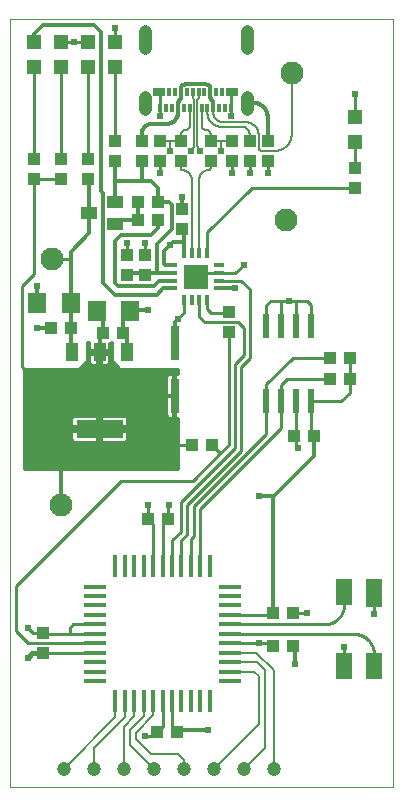
<source format=gtl>
G75*
%MOIN*%
%OFA0B0*%
%FSLAX25Y25*%
%IPPOS*%
%LPD*%
%AMOC8*
5,1,8,0,0,1.08239X$1,22.5*
%
%ADD10C,0.00000*%
%ADD11R,0.04724X0.04724*%
%ADD12R,0.03937X0.04331*%
%ADD13R,0.04331X0.03937*%
%ADD14R,0.02559X0.11811*%
%ADD15R,0.06299X0.07087*%
%ADD16R,0.01181X0.02756*%
%ADD17R,0.03937X0.02756*%
%ADD18C,0.04331*%
%ADD19C,0.07677*%
%ADD20R,0.01575X0.07480*%
%ADD21R,0.07480X0.01575*%
%ADD22R,0.01378X0.03543*%
%ADD23R,0.08268X0.08268*%
%ADD24R,0.03543X0.01378*%
%ADD25R,0.01969X0.07874*%
%ADD26R,0.15748X0.05906*%
%ADD27R,0.03937X0.05906*%
%ADD28R,0.05512X0.03937*%
%ADD29C,0.04724*%
%ADD30R,0.05512X0.08661*%
%ADD31R,0.05512X0.09449*%
%ADD32C,0.01000*%
%ADD33C,0.02400*%
%ADD34C,0.01200*%
%ADD35C,0.00800*%
%ADD36C,0.01600*%
%ADD37C,0.00500*%
D10*
X0001300Y0001500D02*
X0001300Y0257500D01*
X0129221Y0257500D01*
X0129221Y0001500D01*
X0001300Y0001500D01*
D11*
X0116300Y0216366D03*
X0116300Y0224634D03*
X0036300Y0241366D03*
X0036300Y0249634D03*
X0027300Y0249634D03*
X0027300Y0241366D03*
X0018300Y0241366D03*
X0018300Y0249634D03*
X0009300Y0249634D03*
X0009300Y0241366D03*
D12*
X0009300Y0210846D03*
X0009300Y0204154D03*
X0018300Y0204154D03*
X0018300Y0210846D03*
X0027300Y0210846D03*
X0027300Y0204154D03*
X0036300Y0210154D03*
X0036300Y0216846D03*
X0045300Y0216846D03*
X0045300Y0210154D03*
X0051300Y0210154D03*
X0051300Y0216846D03*
X0058300Y0216846D03*
X0058300Y0210154D03*
X0058600Y0194146D03*
X0058600Y0187454D03*
X0046300Y0178846D03*
X0046300Y0172154D03*
X0040300Y0172154D03*
X0040300Y0178846D03*
X0068300Y0210154D03*
X0068300Y0216846D03*
X0075300Y0216846D03*
X0075300Y0210154D03*
X0081300Y0210154D03*
X0081300Y0216846D03*
X0087300Y0216846D03*
X0087300Y0210154D03*
X0074300Y0159846D03*
X0074300Y0153154D03*
X0116300Y0201154D03*
X0116300Y0207846D03*
X0012300Y0052746D03*
X0012300Y0046054D03*
D13*
X0047354Y0090900D03*
X0054046Y0090900D03*
X0061954Y0115500D03*
X0068646Y0115500D03*
X0095954Y0118500D03*
X0102646Y0118500D03*
X0107954Y0137500D03*
X0107954Y0144500D03*
X0114646Y0144500D03*
X0114646Y0137500D03*
X0095646Y0059500D03*
X0095646Y0048500D03*
X0088954Y0048500D03*
X0088954Y0059500D03*
X0057246Y0019800D03*
X0050554Y0019800D03*
X0039146Y0152700D03*
X0032454Y0152700D03*
X0021646Y0154500D03*
X0014954Y0154500D03*
X0043954Y0190500D03*
X0043954Y0196500D03*
X0050646Y0196500D03*
X0050646Y0190500D03*
D14*
X0056300Y0149358D03*
X0056300Y0131642D03*
D15*
X0041312Y0160200D03*
X0030288Y0160200D03*
X0021612Y0162600D03*
X0010588Y0162600D03*
D16*
X0051489Y0227886D03*
X0053457Y0227886D03*
X0055426Y0227886D03*
X0057394Y0227886D03*
X0059363Y0227886D03*
X0061331Y0227886D03*
X0060347Y0233004D03*
X0062316Y0233004D03*
X0064284Y0233004D03*
X0066253Y0233004D03*
X0068221Y0233004D03*
X0070190Y0233004D03*
X0072158Y0233004D03*
X0071174Y0227886D03*
X0073143Y0227886D03*
X0075111Y0227886D03*
X0069206Y0227886D03*
X0067237Y0227886D03*
X0065269Y0227886D03*
X0058379Y0233004D03*
X0056410Y0233004D03*
X0054442Y0233004D03*
D17*
X0051095Y0233004D03*
X0075505Y0233004D03*
D18*
X0080308Y0231469D02*
X0080308Y0227531D01*
X0080308Y0231469D02*
X0080308Y0231469D01*
X0080308Y0227531D01*
X0080308Y0227531D01*
X0080308Y0247649D02*
X0080308Y0253555D01*
X0080308Y0253555D01*
X0080308Y0247649D01*
X0080308Y0247649D01*
X0080308Y0251979D02*
X0080308Y0251979D01*
X0046292Y0253555D02*
X0046292Y0247649D01*
X0046292Y0253555D02*
X0046292Y0253555D01*
X0046292Y0247649D01*
X0046292Y0247649D01*
X0046292Y0251979D02*
X0046292Y0251979D01*
X0046292Y0231469D02*
X0046292Y0227531D01*
X0046292Y0231469D02*
X0046292Y0231469D01*
X0046292Y0227531D01*
X0046292Y0227531D01*
D19*
X0015300Y0177500D03*
X0018300Y0095500D03*
X0093300Y0190500D03*
X0095300Y0239500D03*
D20*
X0068048Y0074941D03*
X0064898Y0074941D03*
X0061749Y0074941D03*
X0058599Y0074941D03*
X0055450Y0074941D03*
X0052300Y0074941D03*
X0049150Y0074941D03*
X0046001Y0074941D03*
X0042851Y0074941D03*
X0039702Y0074941D03*
X0036552Y0074941D03*
X0036552Y0030059D03*
X0039702Y0030059D03*
X0042851Y0030059D03*
X0046001Y0030059D03*
X0049150Y0030059D03*
X0052300Y0030059D03*
X0055450Y0030059D03*
X0058599Y0030059D03*
X0061749Y0030059D03*
X0064898Y0030059D03*
X0068048Y0030059D03*
D21*
X0074741Y0036752D03*
X0074741Y0039902D03*
X0074741Y0043051D03*
X0074741Y0046201D03*
X0074741Y0049350D03*
X0074741Y0052500D03*
X0074741Y0055650D03*
X0074741Y0058799D03*
X0074741Y0061949D03*
X0074741Y0065098D03*
X0074741Y0068248D03*
X0029859Y0068248D03*
X0029859Y0065098D03*
X0029859Y0061949D03*
X0029859Y0058799D03*
X0029859Y0055650D03*
X0029859Y0052500D03*
X0029859Y0049350D03*
X0029859Y0046201D03*
X0029859Y0043051D03*
X0029859Y0039902D03*
X0029859Y0036752D03*
D22*
X0059461Y0163626D03*
X0062020Y0163626D03*
X0064580Y0163626D03*
X0067139Y0163626D03*
X0067139Y0179374D03*
X0064580Y0179374D03*
X0062020Y0179374D03*
X0059461Y0179374D03*
D23*
X0063300Y0171500D03*
D24*
X0055426Y0170220D03*
X0055426Y0167661D03*
X0055426Y0172780D03*
X0055426Y0175339D03*
X0071174Y0175339D03*
X0071174Y0172780D03*
X0071174Y0170220D03*
X0071174Y0167661D03*
D25*
X0086800Y0155039D03*
X0091800Y0155039D03*
X0096800Y0155039D03*
X0101800Y0155039D03*
X0101800Y0129961D03*
X0096800Y0129961D03*
X0091800Y0129961D03*
X0086800Y0129961D03*
D26*
X0031300Y0120705D03*
D27*
X0031300Y0146295D03*
X0022245Y0146295D03*
X0040355Y0146295D03*
D28*
X0036531Y0188960D03*
X0036531Y0196440D03*
X0027869Y0192700D03*
D29*
X0029300Y0007500D03*
X0039300Y0007500D03*
X0049300Y0007500D03*
X0059300Y0007500D03*
X0069300Y0007500D03*
X0079300Y0007500D03*
X0089300Y0007500D03*
X0019300Y0007500D03*
D30*
X0112800Y0041698D03*
X0122800Y0041698D03*
X0112800Y0066502D03*
D31*
X0122800Y0066108D03*
D32*
X0122800Y0059000D01*
X0115854Y0052500D02*
X0074741Y0052500D01*
X0074741Y0055650D02*
X0106184Y0055650D01*
X0106344Y0055652D01*
X0106504Y0055658D01*
X0106663Y0055667D01*
X0106823Y0055681D01*
X0106981Y0055698D01*
X0107140Y0055719D01*
X0107298Y0055744D01*
X0107455Y0055773D01*
X0107612Y0055806D01*
X0107767Y0055842D01*
X0107922Y0055882D01*
X0108076Y0055926D01*
X0108228Y0055974D01*
X0108380Y0056025D01*
X0108530Y0056080D01*
X0108679Y0056138D01*
X0108826Y0056201D01*
X0108972Y0056266D01*
X0109116Y0056335D01*
X0109259Y0056408D01*
X0109399Y0056484D01*
X0109538Y0056563D01*
X0109675Y0056646D01*
X0109810Y0056732D01*
X0109942Y0056821D01*
X0110073Y0056914D01*
X0110201Y0057009D01*
X0110327Y0057108D01*
X0110450Y0057209D01*
X0110571Y0057314D01*
X0110690Y0057421D01*
X0110805Y0057532D01*
X0110918Y0057645D01*
X0111029Y0057760D01*
X0111136Y0057879D01*
X0111241Y0058000D01*
X0111342Y0058123D01*
X0111441Y0058249D01*
X0111536Y0058377D01*
X0111629Y0058508D01*
X0111718Y0058640D01*
X0111804Y0058775D01*
X0111887Y0058912D01*
X0111966Y0059051D01*
X0112042Y0059191D01*
X0112115Y0059334D01*
X0112184Y0059478D01*
X0112249Y0059624D01*
X0112312Y0059771D01*
X0112370Y0059920D01*
X0112425Y0060070D01*
X0112476Y0060222D01*
X0112524Y0060374D01*
X0112568Y0060528D01*
X0112608Y0060683D01*
X0112644Y0060838D01*
X0112677Y0060995D01*
X0112706Y0061152D01*
X0112731Y0061310D01*
X0112752Y0061469D01*
X0112769Y0061627D01*
X0112783Y0061787D01*
X0112792Y0061946D01*
X0112798Y0062106D01*
X0112800Y0062266D01*
X0112800Y0066502D01*
X0112800Y0048000D02*
X0112800Y0041698D01*
X0122800Y0045554D02*
X0122798Y0045722D01*
X0122792Y0045890D01*
X0122782Y0046057D01*
X0122768Y0046224D01*
X0122749Y0046391D01*
X0122727Y0046558D01*
X0122701Y0046723D01*
X0122671Y0046889D01*
X0122636Y0047053D01*
X0122598Y0047216D01*
X0122556Y0047379D01*
X0122510Y0047540D01*
X0122460Y0047700D01*
X0122406Y0047859D01*
X0122349Y0048017D01*
X0122287Y0048173D01*
X0122222Y0048328D01*
X0122153Y0048481D01*
X0122081Y0048632D01*
X0122004Y0048782D01*
X0121925Y0048930D01*
X0121841Y0049075D01*
X0121754Y0049219D01*
X0121664Y0049360D01*
X0121570Y0049500D01*
X0121473Y0049637D01*
X0121373Y0049771D01*
X0121270Y0049903D01*
X0121163Y0050033D01*
X0121053Y0050160D01*
X0120940Y0050284D01*
X0120825Y0050406D01*
X0120706Y0050525D01*
X0120584Y0050640D01*
X0120460Y0050753D01*
X0120333Y0050863D01*
X0120203Y0050970D01*
X0120071Y0051073D01*
X0119937Y0051173D01*
X0119800Y0051270D01*
X0119660Y0051364D01*
X0119519Y0051454D01*
X0119375Y0051541D01*
X0119230Y0051625D01*
X0119082Y0051704D01*
X0118932Y0051781D01*
X0118781Y0051853D01*
X0118628Y0051922D01*
X0118473Y0051987D01*
X0118317Y0052049D01*
X0118159Y0052106D01*
X0118000Y0052160D01*
X0117840Y0052210D01*
X0117679Y0052256D01*
X0117516Y0052298D01*
X0117353Y0052336D01*
X0117189Y0052371D01*
X0117023Y0052401D01*
X0116858Y0052427D01*
X0116691Y0052449D01*
X0116524Y0052468D01*
X0116357Y0052482D01*
X0116190Y0052492D01*
X0116022Y0052498D01*
X0115854Y0052500D01*
X0122800Y0045554D02*
X0122800Y0041698D01*
X0100300Y0059500D02*
X0095646Y0059500D01*
X0088253Y0058799D02*
X0074741Y0058799D01*
X0074741Y0049350D02*
X0088954Y0049350D01*
X0088154Y0049300D02*
X0084300Y0049300D01*
X0064898Y0074941D02*
X0064898Y0094098D01*
X0091800Y0121000D01*
X0091800Y0129961D01*
X0091800Y0135438D01*
X0093862Y0137500D01*
X0107954Y0137500D01*
X0107954Y0144500D02*
X0095702Y0144500D01*
X0086800Y0135598D01*
X0086800Y0129961D01*
X0086800Y0119000D01*
X0062800Y0095000D01*
X0062800Y0085000D01*
X0061749Y0083949D01*
X0061749Y0074941D01*
X0058599Y0074941D02*
X0058599Y0083799D01*
X0060300Y0085500D01*
X0060300Y0095500D01*
X0078300Y0113500D01*
X0078300Y0141500D01*
X0081300Y0144500D01*
X0081300Y0167500D01*
X0078580Y0170220D01*
X0071174Y0170220D01*
X0071174Y0172780D02*
X0064580Y0172780D01*
X0063300Y0171500D01*
X0064580Y0163626D02*
X0064580Y0158220D01*
X0066300Y0156500D01*
X0077300Y0156500D01*
X0079300Y0154500D01*
X0079300Y0145500D01*
X0076300Y0142500D01*
X0076300Y0114500D01*
X0058300Y0096500D01*
X0058300Y0086500D01*
X0055450Y0083650D01*
X0055450Y0074941D01*
X0052300Y0074941D02*
X0052300Y0089154D01*
X0054046Y0090900D01*
X0054046Y0095246D01*
X0054300Y0095500D01*
X0049150Y0089103D02*
X0047354Y0090900D01*
X0047354Y0095400D01*
X0047400Y0095400D01*
X0049150Y0089103D02*
X0049150Y0074941D01*
X0038300Y0103500D02*
X0003300Y0068500D01*
X0003300Y0053500D01*
X0007450Y0049350D01*
X0029859Y0049350D01*
X0029859Y0046201D02*
X0012447Y0046201D01*
X0012300Y0046054D01*
X0012546Y0052500D02*
X0012300Y0052746D01*
X0009054Y0052746D01*
X0007300Y0054500D01*
X0012546Y0052500D02*
X0021300Y0052500D01*
X0021300Y0054500D01*
X0022450Y0055650D01*
X0029859Y0055650D01*
X0029859Y0052500D02*
X0021300Y0052500D01*
X0046300Y0018300D02*
X0049054Y0018300D01*
X0050554Y0019800D01*
X0052300Y0021546D01*
X0052300Y0030059D01*
X0055450Y0030059D02*
X0055450Y0021597D01*
X0057246Y0019800D01*
X0062300Y0103500D02*
X0038300Y0103500D01*
X0053300Y0115500D02*
X0061954Y0115500D01*
X0068646Y0115500D02*
X0071146Y0113000D01*
X0071800Y0113000D01*
X0062300Y0103500D01*
X0071800Y0113000D02*
X0074300Y0115500D01*
X0074300Y0153154D01*
X0072954Y0159500D02*
X0074300Y0159846D01*
X0072954Y0159500D02*
X0068300Y0159500D01*
X0067139Y0160661D01*
X0067139Y0163626D01*
X0071174Y0172780D02*
X0076580Y0172780D01*
X0079300Y0175500D01*
X0088300Y0163500D02*
X0086800Y0162000D01*
X0086800Y0155039D01*
X0088300Y0163500D02*
X0091800Y0163500D01*
X0091800Y0155039D01*
X0096800Y0155039D02*
X0096800Y0163500D01*
X0100300Y0163500D01*
X0101800Y0162000D01*
X0101800Y0155039D01*
X0096800Y0163500D02*
X0091800Y0163500D01*
X0096800Y0129961D02*
X0096800Y0118500D01*
X0096800Y0115000D01*
X0097300Y0114500D01*
X0096800Y0118500D02*
X0095954Y0118500D01*
X0101800Y0118500D02*
X0101800Y0129961D01*
X0111840Y0129961D01*
X0114646Y0132767D01*
X0114646Y0137500D01*
X0114646Y0144500D01*
X0102646Y0118500D02*
X0101800Y0118500D01*
X0067139Y0179374D02*
X0067139Y0186339D01*
X0081954Y0201154D01*
X0116300Y0201154D01*
X0116300Y0207846D02*
X0116300Y0216366D01*
X0116300Y0224634D02*
X0116300Y0232500D01*
X0087300Y0210154D02*
X0087300Y0206000D01*
X0081300Y0206000D02*
X0081300Y0210154D01*
X0075300Y0210154D02*
X0075300Y0206000D01*
X0075111Y0225100D02*
X0075111Y0227886D01*
X0075111Y0232610D01*
X0075505Y0233004D01*
X0051489Y0232610D02*
X0051489Y0227886D01*
X0051500Y0227875D01*
X0051500Y0225100D01*
X0051489Y0232610D02*
X0051095Y0233004D01*
X0051300Y0210154D02*
X0051300Y0206000D01*
X0046300Y0182900D02*
X0046300Y0178846D01*
X0046926Y0172780D02*
X0046300Y0172154D01*
X0040300Y0178846D02*
X0040300Y0182900D01*
X0027300Y0210846D02*
X0027300Y0241366D01*
X0027300Y0249634D02*
X0022834Y0249634D01*
X0022800Y0249600D01*
X0018300Y0249634D02*
X0027300Y0249634D01*
X0036300Y0249634D02*
X0036300Y0254500D01*
X0036300Y0241366D02*
X0036300Y0216846D01*
X0018300Y0210846D02*
X0018300Y0241366D01*
X0009300Y0241366D02*
X0009300Y0210846D01*
X0009300Y0204154D02*
X0009300Y0172500D01*
X0005300Y0168500D01*
X0005300Y0141500D01*
X0008300Y0138500D01*
X0018300Y0110500D02*
X0023300Y0110500D01*
X0057300Y0157500D02*
X0059461Y0159661D01*
X0059461Y0163626D01*
X0021612Y0177500D02*
X0015300Y0177500D01*
X0018300Y0204154D02*
X0009300Y0204154D01*
D33*
X0010300Y0168500D03*
X0010300Y0154500D03*
X0040300Y0182900D03*
X0046300Y0182900D03*
X0054600Y0182000D03*
X0058600Y0198200D03*
X0051300Y0206000D03*
X0054800Y0213500D03*
X0051500Y0225100D03*
X0061800Y0213500D03*
X0064800Y0213500D03*
X0071800Y0213500D03*
X0075300Y0206000D03*
X0081300Y0206000D03*
X0087300Y0206000D03*
X0075111Y0225100D03*
X0079300Y0175500D03*
X0076300Y0167700D03*
X0094300Y0163500D03*
X0097300Y0114500D03*
X0084300Y0098500D03*
X0100300Y0059500D03*
X0096300Y0042500D03*
X0084300Y0049300D03*
X0067300Y0020500D03*
X0046300Y0018300D03*
X0047400Y0095400D03*
X0054300Y0095500D03*
X0057300Y0157500D03*
X0047300Y0160500D03*
X0022800Y0249600D03*
X0036300Y0254500D03*
X0116300Y0232500D03*
X0122800Y0059000D03*
X0112800Y0048000D03*
X0007300Y0044500D03*
X0007300Y0054500D03*
D34*
X0018300Y0095500D02*
X0018300Y0110500D01*
X0022444Y0116472D02*
X0022146Y0116770D01*
X0021935Y0117134D01*
X0021826Y0117541D01*
X0021826Y0120105D01*
X0030700Y0120105D01*
X0030700Y0121305D01*
X0030700Y0125257D01*
X0023215Y0125257D01*
X0022808Y0125148D01*
X0022444Y0124938D01*
X0022146Y0124640D01*
X0021935Y0124275D01*
X0021826Y0123868D01*
X0021826Y0121305D01*
X0030700Y0121305D01*
X0031900Y0121305D01*
X0031900Y0125257D01*
X0039385Y0125257D01*
X0039792Y0125148D01*
X0040156Y0124938D01*
X0040454Y0124640D01*
X0040665Y0124275D01*
X0040774Y0123868D01*
X0040774Y0121305D01*
X0031900Y0121305D01*
X0031900Y0120105D01*
X0040774Y0120105D01*
X0040774Y0117541D01*
X0040665Y0117134D01*
X0040454Y0116770D01*
X0040156Y0116472D01*
X0039792Y0116261D01*
X0039385Y0116152D01*
X0031900Y0116152D01*
X0031900Y0120105D01*
X0030700Y0120105D01*
X0030700Y0116152D01*
X0023215Y0116152D01*
X0022808Y0116261D01*
X0022444Y0116472D01*
X0022358Y0116557D02*
X0006300Y0116557D01*
X0006300Y0115359D02*
X0057300Y0115359D01*
X0057300Y0116557D02*
X0040242Y0116557D01*
X0040774Y0117756D02*
X0057300Y0117756D01*
X0057300Y0118954D02*
X0040774Y0118954D01*
X0040774Y0121351D02*
X0057300Y0121351D01*
X0057300Y0120153D02*
X0031900Y0120153D01*
X0031900Y0121351D02*
X0030700Y0121351D01*
X0030700Y0120153D02*
X0006300Y0120153D01*
X0006300Y0121351D02*
X0021826Y0121351D01*
X0021826Y0122550D02*
X0006300Y0122550D01*
X0006300Y0123748D02*
X0021826Y0123748D01*
X0022459Y0124947D02*
X0006300Y0124947D01*
X0006300Y0126145D02*
X0053420Y0126145D01*
X0053420Y0125526D02*
X0053530Y0125119D01*
X0053740Y0124754D01*
X0054038Y0124456D01*
X0054403Y0124245D01*
X0054810Y0124136D01*
X0056260Y0124136D01*
X0056260Y0131602D01*
X0053420Y0131602D01*
X0053420Y0125526D01*
X0053629Y0124947D02*
X0040141Y0124947D01*
X0040774Y0123748D02*
X0057300Y0123748D01*
X0057300Y0124136D02*
X0057300Y0107500D01*
X0006300Y0107500D01*
X0006300Y0140500D01*
X0024472Y0140500D01*
X0027300Y0143328D01*
X0027300Y0149500D01*
X0027743Y0149500D01*
X0027731Y0149459D01*
X0027731Y0146680D01*
X0030916Y0146680D01*
X0030916Y0145911D01*
X0031684Y0145911D01*
X0031684Y0141743D01*
X0033479Y0141743D01*
X0033886Y0141852D01*
X0034251Y0142062D01*
X0034549Y0142360D01*
X0034759Y0142725D01*
X0034868Y0143132D01*
X0034868Y0145911D01*
X0031684Y0145911D01*
X0031684Y0146680D01*
X0034868Y0146680D01*
X0034868Y0149142D01*
X0035236Y0149241D01*
X0035300Y0149277D01*
X0035300Y0143328D01*
X0038128Y0140500D01*
X0057300Y0140500D01*
X0057300Y0139147D01*
X0056340Y0139147D01*
X0056340Y0131682D01*
X0056260Y0131682D01*
X0056260Y0139147D01*
X0054810Y0139147D01*
X0054403Y0139038D01*
X0054038Y0138828D01*
X0053740Y0138530D01*
X0053530Y0138165D01*
X0053420Y0137758D01*
X0053420Y0131681D01*
X0056260Y0131681D01*
X0056260Y0131602D01*
X0056340Y0131602D01*
X0056340Y0124136D01*
X0057300Y0124136D01*
X0056340Y0124947D02*
X0056260Y0124947D01*
X0056260Y0126145D02*
X0056340Y0126145D01*
X0056340Y0127344D02*
X0056260Y0127344D01*
X0056260Y0128542D02*
X0056340Y0128542D01*
X0056340Y0129741D02*
X0056260Y0129741D01*
X0056260Y0130939D02*
X0056340Y0130939D01*
X0056340Y0132138D02*
X0056260Y0132138D01*
X0056260Y0133336D02*
X0056340Y0133336D01*
X0056340Y0134535D02*
X0056260Y0134535D01*
X0056260Y0135733D02*
X0056340Y0135733D01*
X0056340Y0136932D02*
X0056260Y0136932D01*
X0056260Y0138130D02*
X0056340Y0138130D01*
X0057300Y0139329D02*
X0006300Y0139329D01*
X0006300Y0138130D02*
X0053520Y0138130D01*
X0053420Y0136932D02*
X0006300Y0136932D01*
X0006300Y0135733D02*
X0053420Y0135733D01*
X0053420Y0134535D02*
X0006300Y0134535D01*
X0006300Y0133336D02*
X0053420Y0133336D01*
X0053420Y0132138D02*
X0006300Y0132138D01*
X0006300Y0130939D02*
X0053420Y0130939D01*
X0053420Y0129741D02*
X0006300Y0129741D01*
X0006300Y0128542D02*
X0053420Y0128542D01*
X0053420Y0127344D02*
X0006300Y0127344D01*
X0006300Y0118954D02*
X0021826Y0118954D01*
X0021826Y0117756D02*
X0006300Y0117756D01*
X0006300Y0114160D02*
X0057300Y0114160D01*
X0057300Y0112962D02*
X0006300Y0112962D01*
X0006300Y0111763D02*
X0057300Y0111763D01*
X0057300Y0110565D02*
X0006300Y0110565D01*
X0006300Y0109366D02*
X0057300Y0109366D01*
X0057300Y0108168D02*
X0006300Y0108168D01*
X0024499Y0140527D02*
X0038101Y0140527D01*
X0036903Y0141726D02*
X0025697Y0141726D01*
X0026896Y0142924D02*
X0027787Y0142924D01*
X0027841Y0142725D02*
X0028051Y0142360D01*
X0028349Y0142062D01*
X0028714Y0141852D01*
X0029121Y0141743D01*
X0030916Y0141743D01*
X0030916Y0145911D01*
X0027731Y0145911D01*
X0027731Y0143132D01*
X0027841Y0142725D01*
X0027731Y0144123D02*
X0027300Y0144123D01*
X0027300Y0145321D02*
X0027731Y0145321D01*
X0027300Y0146520D02*
X0030916Y0146520D01*
X0031300Y0146295D02*
X0031300Y0151546D01*
X0032454Y0152700D01*
X0032454Y0158035D01*
X0030288Y0160200D01*
X0036300Y0165500D02*
X0032300Y0169500D01*
X0032300Y0199500D01*
X0031800Y0200000D01*
X0031800Y0253000D01*
X0029300Y0255500D01*
X0012300Y0255500D01*
X0009300Y0252500D01*
X0009300Y0249634D01*
X0027300Y0204154D02*
X0027869Y0203584D01*
X0027869Y0192700D01*
X0027869Y0186069D01*
X0021612Y0179812D01*
X0021612Y0177500D01*
X0021612Y0162600D01*
X0021612Y0154535D01*
X0021646Y0154500D01*
X0021646Y0146894D01*
X0022245Y0146295D01*
X0027300Y0147718D02*
X0027731Y0147718D01*
X0027731Y0148917D02*
X0027300Y0148917D01*
X0030916Y0145321D02*
X0031684Y0145321D01*
X0031684Y0144123D02*
X0030916Y0144123D01*
X0030916Y0142924D02*
X0031684Y0142924D01*
X0034813Y0142924D02*
X0035704Y0142924D01*
X0035300Y0144123D02*
X0034868Y0144123D01*
X0034868Y0145321D02*
X0035300Y0145321D01*
X0035300Y0146520D02*
X0031684Y0146520D01*
X0034868Y0147718D02*
X0035300Y0147718D01*
X0035300Y0148917D02*
X0034868Y0148917D01*
X0039146Y0152700D02*
X0039146Y0158035D01*
X0041312Y0160200D01*
X0041612Y0160500D01*
X0047300Y0160500D01*
X0050300Y0165500D02*
X0036300Y0165500D01*
X0037300Y0168500D02*
X0036300Y0169500D01*
X0036300Y0183500D01*
X0038300Y0185500D01*
X0048300Y0185500D01*
X0050646Y0187846D01*
X0050646Y0190500D01*
X0050646Y0196500D02*
X0054300Y0196500D01*
X0055300Y0195500D01*
X0055300Y0187500D01*
X0050300Y0182500D01*
X0050300Y0172780D01*
X0046926Y0172780D01*
X0040926Y0172780D01*
X0040300Y0172154D01*
X0037300Y0168500D02*
X0049300Y0168500D01*
X0051020Y0170220D01*
X0055426Y0170220D01*
X0055426Y0167661D02*
X0052461Y0167661D01*
X0050300Y0165500D01*
X0050300Y0172780D02*
X0055426Y0172780D01*
X0055426Y0175339D02*
X0053061Y0175339D01*
X0052600Y0175800D01*
X0052600Y0180000D01*
X0054600Y0182000D01*
X0055800Y0183200D01*
X0059461Y0183200D01*
X0059461Y0186592D01*
X0058600Y0187454D01*
X0059461Y0183200D02*
X0059461Y0179374D01*
X0058600Y0194146D02*
X0058600Y0198200D01*
X0050646Y0196500D02*
X0050646Y0201154D01*
X0048300Y0203500D01*
X0045300Y0203500D01*
X0045300Y0210154D01*
X0045300Y0203500D02*
X0036300Y0203500D01*
X0036300Y0196671D01*
X0036531Y0196440D01*
X0036531Y0190500D02*
X0036531Y0188960D01*
X0036531Y0190500D02*
X0043954Y0190500D01*
X0043954Y0196500D01*
X0036300Y0203500D02*
X0036300Y0210154D01*
X0045300Y0216846D02*
X0045300Y0218894D01*
X0045302Y0219012D01*
X0045308Y0219130D01*
X0045317Y0219247D01*
X0045331Y0219365D01*
X0045348Y0219481D01*
X0045369Y0219597D01*
X0045394Y0219713D01*
X0045423Y0219827D01*
X0045455Y0219941D01*
X0045491Y0220053D01*
X0045531Y0220164D01*
X0045574Y0220274D01*
X0045621Y0220382D01*
X0045672Y0220489D01*
X0045726Y0220594D01*
X0045783Y0220697D01*
X0045844Y0220798D01*
X0045908Y0220897D01*
X0045975Y0220994D01*
X0046045Y0221089D01*
X0046119Y0221182D01*
X0046195Y0221272D01*
X0046274Y0221359D01*
X0046356Y0221444D01*
X0046441Y0221526D01*
X0046528Y0221605D01*
X0046618Y0221681D01*
X0046711Y0221755D01*
X0046806Y0221825D01*
X0046903Y0221892D01*
X0047002Y0221956D01*
X0047103Y0222017D01*
X0047206Y0222074D01*
X0047311Y0222128D01*
X0047418Y0222179D01*
X0047526Y0222226D01*
X0047636Y0222269D01*
X0047747Y0222309D01*
X0047859Y0222345D01*
X0047973Y0222377D01*
X0048087Y0222406D01*
X0048203Y0222431D01*
X0048319Y0222452D01*
X0048435Y0222469D01*
X0048553Y0222483D01*
X0048670Y0222492D01*
X0048788Y0222498D01*
X0048906Y0222500D01*
X0053710Y0222500D01*
X0053831Y0222502D01*
X0053951Y0222508D01*
X0054071Y0222518D01*
X0054191Y0222532D01*
X0054310Y0222549D01*
X0054429Y0222571D01*
X0054547Y0222596D01*
X0054664Y0222626D01*
X0054780Y0222659D01*
X0054895Y0222696D01*
X0055008Y0222736D01*
X0055120Y0222781D01*
X0055231Y0222828D01*
X0055340Y0222880D01*
X0055447Y0222935D01*
X0055553Y0222994D01*
X0055656Y0223056D01*
X0055757Y0223121D01*
X0055856Y0223190D01*
X0055953Y0223261D01*
X0056048Y0223336D01*
X0056140Y0223414D01*
X0056229Y0223495D01*
X0056316Y0223579D01*
X0056400Y0223666D01*
X0056481Y0223755D01*
X0056559Y0223847D01*
X0056634Y0223942D01*
X0056705Y0224039D01*
X0056774Y0224138D01*
X0056839Y0224239D01*
X0056901Y0224343D01*
X0056960Y0224448D01*
X0057015Y0224555D01*
X0057067Y0224664D01*
X0057114Y0224775D01*
X0057159Y0224887D01*
X0057199Y0225000D01*
X0057236Y0225115D01*
X0057269Y0225231D01*
X0057299Y0225348D01*
X0057324Y0225466D01*
X0057346Y0225585D01*
X0057363Y0225704D01*
X0057377Y0225824D01*
X0057387Y0225944D01*
X0057393Y0226064D01*
X0057395Y0226185D01*
X0057394Y0226185D02*
X0057394Y0227886D01*
X0057394Y0228940D01*
X0057999Y0230398D02*
X0058046Y0230447D01*
X0058090Y0230499D01*
X0058131Y0230553D01*
X0058170Y0230609D01*
X0058205Y0230667D01*
X0058238Y0230727D01*
X0058267Y0230788D01*
X0058293Y0230851D01*
X0058315Y0230915D01*
X0058335Y0230980D01*
X0058351Y0231046D01*
X0058363Y0231113D01*
X0058372Y0231180D01*
X0058377Y0231248D01*
X0058379Y0231316D01*
X0058379Y0233004D01*
X0058379Y0234165D01*
X0058381Y0234240D01*
X0058387Y0234315D01*
X0058397Y0234389D01*
X0058410Y0234463D01*
X0058428Y0234536D01*
X0058449Y0234608D01*
X0058474Y0234679D01*
X0058503Y0234749D01*
X0058535Y0234816D01*
X0058571Y0234883D01*
X0058611Y0234947D01*
X0058653Y0235008D01*
X0058699Y0235068D01*
X0058748Y0235125D01*
X0058799Y0235180D01*
X0058854Y0235231D01*
X0058911Y0235280D01*
X0058971Y0235326D01*
X0059032Y0235368D01*
X0059097Y0235408D01*
X0059163Y0235444D01*
X0059230Y0235476D01*
X0059300Y0235505D01*
X0059371Y0235530D01*
X0059443Y0235551D01*
X0059516Y0235569D01*
X0059590Y0235582D01*
X0059664Y0235592D01*
X0059739Y0235598D01*
X0059814Y0235600D01*
X0066786Y0235600D01*
X0066861Y0235598D01*
X0066936Y0235592D01*
X0067010Y0235582D01*
X0067084Y0235569D01*
X0067157Y0235551D01*
X0067229Y0235530D01*
X0067300Y0235505D01*
X0067370Y0235476D01*
X0067437Y0235444D01*
X0067504Y0235408D01*
X0067568Y0235368D01*
X0067629Y0235326D01*
X0067689Y0235280D01*
X0067746Y0235231D01*
X0067801Y0235180D01*
X0067852Y0235125D01*
X0067901Y0235068D01*
X0067947Y0235008D01*
X0067989Y0234947D01*
X0068029Y0234883D01*
X0068065Y0234816D01*
X0068097Y0234749D01*
X0068126Y0234679D01*
X0068151Y0234608D01*
X0068172Y0234536D01*
X0068190Y0234463D01*
X0068203Y0234389D01*
X0068213Y0234315D01*
X0068219Y0234240D01*
X0068221Y0234165D01*
X0068221Y0233004D01*
X0068221Y0231352D01*
X0068556Y0230544D02*
X0068916Y0230184D01*
X0069206Y0229485D02*
X0069206Y0227886D01*
X0069206Y0229485D02*
X0069204Y0229545D01*
X0069199Y0229604D01*
X0069190Y0229663D01*
X0069177Y0229721D01*
X0069161Y0229779D01*
X0069142Y0229835D01*
X0069119Y0229890D01*
X0069093Y0229944D01*
X0069064Y0229996D01*
X0069031Y0230046D01*
X0068996Y0230094D01*
X0068958Y0230140D01*
X0068917Y0230184D01*
X0068557Y0230544D02*
X0068513Y0230590D01*
X0068471Y0230639D01*
X0068433Y0230691D01*
X0068397Y0230744D01*
X0068365Y0230799D01*
X0068335Y0230856D01*
X0068309Y0230915D01*
X0068286Y0230974D01*
X0068267Y0231036D01*
X0068251Y0231098D01*
X0068238Y0231161D01*
X0068229Y0231224D01*
X0068224Y0231288D01*
X0068222Y0231352D01*
X0057998Y0230399D02*
X0057936Y0230334D01*
X0057877Y0230266D01*
X0057820Y0230196D01*
X0057767Y0230123D01*
X0057717Y0230048D01*
X0057670Y0229972D01*
X0057627Y0229893D01*
X0057587Y0229812D01*
X0057551Y0229729D01*
X0057518Y0229646D01*
X0057489Y0229560D01*
X0057464Y0229474D01*
X0057443Y0229387D01*
X0057425Y0229298D01*
X0057412Y0229209D01*
X0057402Y0229120D01*
X0057396Y0229030D01*
X0057394Y0228940D01*
X0080308Y0229500D02*
X0082557Y0229500D01*
X0082692Y0229498D01*
X0082828Y0229492D01*
X0082963Y0229483D01*
X0083098Y0229469D01*
X0083232Y0229452D01*
X0083366Y0229431D01*
X0083499Y0229406D01*
X0083631Y0229377D01*
X0083763Y0229344D01*
X0083893Y0229308D01*
X0084023Y0229268D01*
X0084151Y0229224D01*
X0084278Y0229177D01*
X0084403Y0229126D01*
X0084527Y0229071D01*
X0084650Y0229013D01*
X0084770Y0228952D01*
X0084889Y0228887D01*
X0085006Y0228819D01*
X0085121Y0228747D01*
X0085234Y0228672D01*
X0085345Y0228594D01*
X0085453Y0228513D01*
X0085559Y0228429D01*
X0085663Y0228342D01*
X0085764Y0228251D01*
X0085863Y0228158D01*
X0085958Y0228063D01*
X0086051Y0227964D01*
X0086142Y0227863D01*
X0086229Y0227759D01*
X0086313Y0227653D01*
X0086394Y0227545D01*
X0086472Y0227434D01*
X0086547Y0227321D01*
X0086619Y0227206D01*
X0086687Y0227089D01*
X0086752Y0226970D01*
X0086813Y0226850D01*
X0086871Y0226727D01*
X0086926Y0226603D01*
X0086977Y0226478D01*
X0087024Y0226351D01*
X0087068Y0226223D01*
X0087108Y0226093D01*
X0087144Y0225963D01*
X0087177Y0225831D01*
X0087206Y0225699D01*
X0087231Y0225566D01*
X0087252Y0225432D01*
X0087269Y0225298D01*
X0087283Y0225163D01*
X0087292Y0225028D01*
X0087298Y0224892D01*
X0087300Y0224757D01*
X0087300Y0216846D01*
X0076300Y0167700D02*
X0071213Y0167700D01*
X0071174Y0167661D01*
X0057300Y0157500D02*
X0056300Y0156500D01*
X0056300Y0149358D01*
X0057300Y0122550D02*
X0040774Y0122550D01*
X0031900Y0122550D02*
X0030700Y0122550D01*
X0030700Y0123748D02*
X0031900Y0123748D01*
X0031900Y0124947D02*
X0030700Y0124947D01*
X0030700Y0118954D02*
X0031900Y0118954D01*
X0031900Y0117756D02*
X0030700Y0117756D01*
X0030700Y0116557D02*
X0031900Y0116557D01*
X0040355Y0146295D02*
X0040355Y0151491D01*
X0039146Y0152700D01*
X0014954Y0154500D02*
X0010300Y0154500D01*
X0010588Y0162600D02*
X0010300Y0162888D01*
X0010300Y0168500D01*
X0084300Y0098500D02*
X0089300Y0098500D01*
X0088954Y0098154D01*
X0088954Y0059500D01*
X0088954Y0049350D02*
X0088954Y0048500D01*
X0088154Y0049300D01*
X0096300Y0047846D02*
X0096300Y0042500D01*
X0089300Y0098500D02*
X0102646Y0111846D01*
X0102646Y0118500D01*
X0067300Y0020500D02*
X0057946Y0020500D01*
D35*
X0057300Y0012500D02*
X0059300Y0010500D01*
X0059300Y0007500D01*
X0057300Y0012500D02*
X0048300Y0012500D01*
X0043300Y0017500D01*
X0043300Y0019500D01*
X0049150Y0025350D01*
X0049150Y0030059D01*
X0046001Y0030059D02*
X0046001Y0025201D01*
X0041300Y0020500D01*
X0041300Y0015500D01*
X0049300Y0007500D01*
X0039300Y0021500D02*
X0042851Y0025051D01*
X0042851Y0030059D01*
X0039702Y0030059D02*
X0039702Y0024902D01*
X0029300Y0014500D01*
X0029300Y0007500D01*
X0019300Y0007500D02*
X0036552Y0024752D01*
X0036552Y0030059D01*
X0039300Y0021500D02*
X0039300Y0007500D01*
X0069300Y0007500D02*
X0084300Y0022500D01*
X0084300Y0038500D01*
X0082898Y0039902D01*
X0074741Y0039902D01*
X0074741Y0043051D02*
X0083749Y0043051D01*
X0086300Y0040500D01*
X0086300Y0014500D01*
X0079300Y0007500D01*
X0089300Y0007500D02*
X0089300Y0040500D01*
X0083599Y0046201D01*
X0074741Y0046201D01*
D36*
X0088253Y0058799D02*
X0088954Y0059500D01*
X0095646Y0048500D02*
X0096300Y0047846D01*
X0057946Y0020500D02*
X0057246Y0019800D01*
X0012300Y0046054D02*
X0008854Y0046054D01*
X0007300Y0044500D01*
D37*
X0062020Y0179374D02*
X0062020Y0203987D01*
X0064580Y0204280D02*
X0064580Y0179374D01*
X0064580Y0204280D02*
X0064582Y0204382D01*
X0064588Y0204483D01*
X0064597Y0204585D01*
X0064610Y0204685D01*
X0064627Y0204786D01*
X0064648Y0204885D01*
X0064673Y0204984D01*
X0064701Y0205082D01*
X0064733Y0205178D01*
X0064768Y0205274D01*
X0064807Y0205368D01*
X0064849Y0205460D01*
X0064895Y0205551D01*
X0064944Y0205640D01*
X0064997Y0205727D01*
X0065053Y0205812D01*
X0065111Y0205895D01*
X0065173Y0205976D01*
X0065238Y0206054D01*
X0065306Y0206130D01*
X0065377Y0206203D01*
X0065450Y0206274D01*
X0065526Y0206342D01*
X0065604Y0206407D01*
X0065685Y0206469D01*
X0065768Y0206527D01*
X0065853Y0206583D01*
X0065940Y0206636D01*
X0066029Y0206685D01*
X0066120Y0206731D01*
X0066212Y0206773D01*
X0066306Y0206812D01*
X0066402Y0206847D01*
X0066498Y0206879D01*
X0066596Y0206907D01*
X0066695Y0206932D01*
X0066794Y0206953D01*
X0066895Y0206970D01*
X0066995Y0206983D01*
X0067097Y0206992D01*
X0067198Y0206998D01*
X0067300Y0207000D01*
X0067360Y0207002D01*
X0067421Y0207007D01*
X0067480Y0207016D01*
X0067539Y0207029D01*
X0067598Y0207045D01*
X0067655Y0207065D01*
X0067710Y0207088D01*
X0067765Y0207115D01*
X0067817Y0207144D01*
X0067868Y0207177D01*
X0067917Y0207213D01*
X0067963Y0207251D01*
X0068007Y0207293D01*
X0068049Y0207337D01*
X0068087Y0207383D01*
X0068123Y0207432D01*
X0068156Y0207483D01*
X0068185Y0207535D01*
X0068212Y0207590D01*
X0068235Y0207645D01*
X0068255Y0207702D01*
X0068271Y0207761D01*
X0068284Y0207820D01*
X0068293Y0207879D01*
X0068298Y0207940D01*
X0068300Y0208000D01*
X0068300Y0210154D01*
X0071800Y0213500D02*
X0071800Y0216846D01*
X0068300Y0216846D01*
X0068300Y0219086D01*
X0068298Y0219160D01*
X0068292Y0219234D01*
X0068283Y0219307D01*
X0068269Y0219380D01*
X0068252Y0219452D01*
X0068231Y0219523D01*
X0068206Y0219593D01*
X0068178Y0219661D01*
X0068146Y0219728D01*
X0068111Y0219793D01*
X0068072Y0219856D01*
X0068030Y0219917D01*
X0067985Y0219976D01*
X0067937Y0220032D01*
X0067886Y0220086D01*
X0067832Y0220137D01*
X0067776Y0220185D01*
X0067717Y0220230D01*
X0067656Y0220272D01*
X0067593Y0220311D01*
X0067528Y0220346D01*
X0067461Y0220378D01*
X0067393Y0220406D01*
X0067323Y0220431D01*
X0067252Y0220452D01*
X0067180Y0220469D01*
X0067107Y0220483D01*
X0067034Y0220492D01*
X0066960Y0220498D01*
X0066886Y0220500D01*
X0066807Y0220502D01*
X0066728Y0220508D01*
X0066649Y0220518D01*
X0066571Y0220531D01*
X0066493Y0220548D01*
X0066417Y0220570D01*
X0066341Y0220595D01*
X0066267Y0220623D01*
X0066195Y0220655D01*
X0066124Y0220691D01*
X0066055Y0220730D01*
X0065988Y0220773D01*
X0065923Y0220818D01*
X0065860Y0220867D01*
X0065800Y0220919D01*
X0065743Y0220974D01*
X0065688Y0221031D01*
X0065636Y0221091D01*
X0065587Y0221154D01*
X0065542Y0221219D01*
X0065499Y0221286D01*
X0065460Y0221355D01*
X0065424Y0221426D01*
X0065392Y0221498D01*
X0065364Y0221572D01*
X0065339Y0221648D01*
X0065317Y0221724D01*
X0065300Y0221802D01*
X0065287Y0221880D01*
X0065277Y0221959D01*
X0065271Y0222038D01*
X0065269Y0222117D01*
X0065269Y0227886D01*
X0063800Y0230500D02*
X0063800Y0215914D01*
X0062800Y0215914D02*
X0062800Y0230500D01*
X0062316Y0230984D01*
X0062316Y0233004D01*
X0064284Y0230984D02*
X0063800Y0230500D01*
X0064284Y0230984D02*
X0064284Y0233004D01*
X0067237Y0227886D02*
X0067237Y0226271D01*
X0069206Y0226439D02*
X0069206Y0227886D01*
X0067237Y0226271D02*
X0067239Y0226135D01*
X0067245Y0225999D01*
X0067255Y0225863D01*
X0067268Y0225727D01*
X0067286Y0225592D01*
X0067307Y0225457D01*
X0067332Y0225324D01*
X0067361Y0225190D01*
X0067394Y0225058D01*
X0067430Y0224927D01*
X0067471Y0224797D01*
X0067514Y0224668D01*
X0067562Y0224540D01*
X0067613Y0224414D01*
X0067668Y0224289D01*
X0067727Y0224166D01*
X0067788Y0224045D01*
X0067854Y0223925D01*
X0067922Y0223807D01*
X0067994Y0223692D01*
X0068070Y0223578D01*
X0068148Y0223467D01*
X0068230Y0223358D01*
X0068315Y0223251D01*
X0068402Y0223147D01*
X0068493Y0223045D01*
X0068587Y0222946D01*
X0068683Y0222850D01*
X0068782Y0222756D01*
X0068884Y0222665D01*
X0068988Y0222578D01*
X0069095Y0222493D01*
X0069204Y0222411D01*
X0069315Y0222333D01*
X0069429Y0222257D01*
X0069544Y0222185D01*
X0069662Y0222117D01*
X0069782Y0222051D01*
X0069903Y0221990D01*
X0070026Y0221931D01*
X0070151Y0221876D01*
X0070277Y0221825D01*
X0070405Y0221777D01*
X0070534Y0221734D01*
X0070664Y0221693D01*
X0070795Y0221657D01*
X0070927Y0221624D01*
X0071061Y0221595D01*
X0071194Y0221570D01*
X0071329Y0221549D01*
X0071464Y0221531D01*
X0071600Y0221518D01*
X0071736Y0221508D01*
X0071872Y0221502D01*
X0072008Y0221500D01*
X0078800Y0221500D01*
X0080269Y0223000D02*
X0072644Y0223000D01*
X0072529Y0223002D01*
X0072414Y0223008D01*
X0072300Y0223017D01*
X0072186Y0223031D01*
X0072072Y0223048D01*
X0071959Y0223069D01*
X0071847Y0223094D01*
X0071735Y0223122D01*
X0071625Y0223154D01*
X0071516Y0223190D01*
X0071408Y0223230D01*
X0071301Y0223273D01*
X0071196Y0223320D01*
X0071093Y0223370D01*
X0070991Y0223423D01*
X0070891Y0223480D01*
X0070794Y0223540D01*
X0070698Y0223604D01*
X0070604Y0223670D01*
X0070513Y0223740D01*
X0070424Y0223813D01*
X0070337Y0223888D01*
X0070253Y0223967D01*
X0070172Y0224048D01*
X0070093Y0224132D01*
X0070018Y0224219D01*
X0069945Y0224308D01*
X0069875Y0224399D01*
X0069809Y0224493D01*
X0069745Y0224589D01*
X0069685Y0224686D01*
X0069628Y0224786D01*
X0069575Y0224888D01*
X0069525Y0224991D01*
X0069478Y0225096D01*
X0069435Y0225203D01*
X0069395Y0225311D01*
X0069359Y0225420D01*
X0069327Y0225530D01*
X0069299Y0225642D01*
X0069274Y0225754D01*
X0069253Y0225867D01*
X0069236Y0225981D01*
X0069222Y0226095D01*
X0069213Y0226209D01*
X0069207Y0226324D01*
X0069205Y0226439D01*
X0071800Y0216846D02*
X0075300Y0216846D01*
X0078800Y0221500D02*
X0078898Y0221498D01*
X0078996Y0221492D01*
X0079094Y0221483D01*
X0079191Y0221469D01*
X0079288Y0221452D01*
X0079384Y0221431D01*
X0079479Y0221406D01*
X0079573Y0221378D01*
X0079665Y0221345D01*
X0079757Y0221310D01*
X0079847Y0221270D01*
X0079935Y0221228D01*
X0080022Y0221181D01*
X0080106Y0221132D01*
X0080189Y0221079D01*
X0080269Y0221023D01*
X0080348Y0220963D01*
X0080424Y0220901D01*
X0080497Y0220836D01*
X0080568Y0220768D01*
X0080636Y0220697D01*
X0080701Y0220624D01*
X0080763Y0220548D01*
X0080823Y0220469D01*
X0080879Y0220389D01*
X0080932Y0220306D01*
X0080981Y0220222D01*
X0081028Y0220135D01*
X0081070Y0220047D01*
X0081110Y0219957D01*
X0081145Y0219865D01*
X0081178Y0219773D01*
X0081206Y0219679D01*
X0081231Y0219584D01*
X0081252Y0219488D01*
X0081269Y0219391D01*
X0081283Y0219294D01*
X0081292Y0219196D01*
X0081298Y0219098D01*
X0081300Y0219000D01*
X0081300Y0216846D01*
X0084300Y0218969D02*
X0084298Y0219093D01*
X0084292Y0219217D01*
X0084283Y0219341D01*
X0084269Y0219464D01*
X0084252Y0219587D01*
X0084231Y0219710D01*
X0084207Y0219831D01*
X0084178Y0219952D01*
X0084146Y0220072D01*
X0084110Y0220191D01*
X0084071Y0220309D01*
X0084028Y0220425D01*
X0083981Y0220540D01*
X0083931Y0220654D01*
X0083877Y0220766D01*
X0083820Y0220876D01*
X0083760Y0220985D01*
X0083696Y0221091D01*
X0083629Y0221196D01*
X0083559Y0221298D01*
X0083486Y0221398D01*
X0083409Y0221496D01*
X0083330Y0221592D01*
X0083248Y0221685D01*
X0083163Y0221775D01*
X0083075Y0221863D01*
X0082985Y0221948D01*
X0082892Y0222030D01*
X0082796Y0222109D01*
X0082698Y0222186D01*
X0082598Y0222259D01*
X0082496Y0222329D01*
X0082391Y0222396D01*
X0082285Y0222460D01*
X0082176Y0222520D01*
X0082066Y0222577D01*
X0081954Y0222631D01*
X0081840Y0222681D01*
X0081725Y0222728D01*
X0081609Y0222771D01*
X0081491Y0222810D01*
X0081372Y0222846D01*
X0081252Y0222878D01*
X0081131Y0222907D01*
X0081010Y0222931D01*
X0080887Y0222952D01*
X0080764Y0222969D01*
X0080641Y0222983D01*
X0080517Y0222992D01*
X0080393Y0222998D01*
X0080269Y0223000D01*
X0084300Y0218969D02*
X0084300Y0214618D01*
X0084302Y0214553D01*
X0084308Y0214488D01*
X0084317Y0214424D01*
X0084330Y0214360D01*
X0084347Y0214297D01*
X0084367Y0214236D01*
X0084391Y0214175D01*
X0084419Y0214116D01*
X0084450Y0214059D01*
X0084484Y0214004D01*
X0084521Y0213950D01*
X0084562Y0213899D01*
X0084605Y0213851D01*
X0084651Y0213805D01*
X0084699Y0213762D01*
X0084750Y0213721D01*
X0084804Y0213684D01*
X0084859Y0213650D01*
X0084916Y0213619D01*
X0084975Y0213591D01*
X0085036Y0213567D01*
X0085097Y0213547D01*
X0085160Y0213530D01*
X0085224Y0213517D01*
X0085288Y0213508D01*
X0085353Y0213502D01*
X0085418Y0213500D01*
X0089710Y0213500D01*
X0089859Y0213502D01*
X0090008Y0213508D01*
X0090156Y0213518D01*
X0090304Y0213532D01*
X0090452Y0213549D01*
X0090599Y0213571D01*
X0090746Y0213597D01*
X0090892Y0213626D01*
X0091037Y0213660D01*
X0091181Y0213697D01*
X0091324Y0213738D01*
X0091466Y0213783D01*
X0091606Y0213831D01*
X0091746Y0213884D01*
X0091884Y0213940D01*
X0092020Y0214000D01*
X0092155Y0214063D01*
X0092288Y0214130D01*
X0092419Y0214200D01*
X0092548Y0214274D01*
X0092675Y0214351D01*
X0092800Y0214432D01*
X0092923Y0214516D01*
X0093044Y0214603D01*
X0093162Y0214693D01*
X0093278Y0214787D01*
X0093391Y0214883D01*
X0093502Y0214983D01*
X0093610Y0215085D01*
X0093715Y0215190D01*
X0093817Y0215298D01*
X0093917Y0215409D01*
X0094013Y0215522D01*
X0094107Y0215638D01*
X0094197Y0215756D01*
X0094284Y0215877D01*
X0094368Y0216000D01*
X0094449Y0216125D01*
X0094526Y0216252D01*
X0094600Y0216381D01*
X0094670Y0216512D01*
X0094737Y0216645D01*
X0094800Y0216780D01*
X0094860Y0216916D01*
X0094916Y0217054D01*
X0094969Y0217194D01*
X0095017Y0217334D01*
X0095062Y0217476D01*
X0095103Y0217619D01*
X0095140Y0217763D01*
X0095174Y0217908D01*
X0095203Y0218054D01*
X0095229Y0218201D01*
X0095251Y0218348D01*
X0095268Y0218496D01*
X0095282Y0218644D01*
X0095292Y0218792D01*
X0095298Y0218941D01*
X0095300Y0219090D01*
X0095300Y0239500D01*
X0063800Y0215914D02*
X0063802Y0215802D01*
X0063807Y0215691D01*
X0063816Y0215579D01*
X0063829Y0215468D01*
X0063846Y0215358D01*
X0063866Y0215248D01*
X0063889Y0215139D01*
X0063916Y0215030D01*
X0063947Y0214923D01*
X0063981Y0214817D01*
X0064019Y0214711D01*
X0064060Y0214608D01*
X0064104Y0214505D01*
X0064152Y0214404D01*
X0064203Y0214305D01*
X0064257Y0214207D01*
X0064315Y0214111D01*
X0064375Y0214017D01*
X0064439Y0213925D01*
X0064505Y0213836D01*
X0064575Y0213748D01*
X0064647Y0213663D01*
X0064722Y0213580D01*
X0064800Y0213500D01*
X0061800Y0213500D02*
X0061878Y0213580D01*
X0061953Y0213663D01*
X0062025Y0213748D01*
X0062095Y0213836D01*
X0062161Y0213925D01*
X0062225Y0214017D01*
X0062285Y0214111D01*
X0062343Y0214207D01*
X0062397Y0214305D01*
X0062448Y0214404D01*
X0062496Y0214505D01*
X0062540Y0214608D01*
X0062581Y0214711D01*
X0062619Y0214817D01*
X0062653Y0214923D01*
X0062684Y0215030D01*
X0062711Y0215139D01*
X0062734Y0215248D01*
X0062754Y0215358D01*
X0062771Y0215468D01*
X0062784Y0215579D01*
X0062793Y0215691D01*
X0062798Y0215802D01*
X0062800Y0215914D01*
X0058300Y0218905D02*
X0058302Y0218983D01*
X0058308Y0219061D01*
X0058317Y0219139D01*
X0058331Y0219216D01*
X0058348Y0219293D01*
X0058369Y0219368D01*
X0058393Y0219442D01*
X0058421Y0219515D01*
X0058453Y0219587D01*
X0058488Y0219657D01*
X0058527Y0219725D01*
X0058569Y0219791D01*
X0058614Y0219855D01*
X0058662Y0219917D01*
X0058713Y0219976D01*
X0058767Y0220033D01*
X0058824Y0220087D01*
X0058883Y0220138D01*
X0058945Y0220186D01*
X0059009Y0220231D01*
X0059075Y0220273D01*
X0059143Y0220312D01*
X0059213Y0220347D01*
X0059285Y0220379D01*
X0059358Y0220407D01*
X0059432Y0220431D01*
X0059507Y0220452D01*
X0059584Y0220469D01*
X0059661Y0220483D01*
X0059739Y0220492D01*
X0059817Y0220498D01*
X0059895Y0220500D01*
X0059970Y0220502D01*
X0060045Y0220508D01*
X0060120Y0220518D01*
X0060194Y0220531D01*
X0060267Y0220549D01*
X0060339Y0220570D01*
X0060410Y0220595D01*
X0060479Y0220624D01*
X0060547Y0220657D01*
X0060614Y0220693D01*
X0060678Y0220732D01*
X0060740Y0220774D01*
X0060799Y0220820D01*
X0060857Y0220869D01*
X0060911Y0220921D01*
X0060963Y0220975D01*
X0061012Y0221033D01*
X0061058Y0221092D01*
X0061100Y0221154D01*
X0061139Y0221219D01*
X0061175Y0221285D01*
X0061208Y0221353D01*
X0061237Y0221422D01*
X0061262Y0221493D01*
X0061283Y0221565D01*
X0061301Y0221638D01*
X0061314Y0221712D01*
X0061324Y0221787D01*
X0061330Y0221862D01*
X0061332Y0221937D01*
X0061331Y0221937D02*
X0061331Y0227886D01*
X0058300Y0218905D02*
X0058300Y0216846D01*
X0054800Y0216846D01*
X0054800Y0213500D01*
X0054800Y0216846D02*
X0051300Y0216846D01*
X0058300Y0210154D02*
X0058300Y0207707D01*
X0058302Y0207657D01*
X0058307Y0207606D01*
X0058316Y0207557D01*
X0058329Y0207508D01*
X0058345Y0207460D01*
X0058364Y0207413D01*
X0058386Y0207368D01*
X0058412Y0207325D01*
X0058441Y0207283D01*
X0058473Y0207244D01*
X0058507Y0207207D01*
X0058544Y0207173D01*
X0058583Y0207141D01*
X0058625Y0207112D01*
X0058668Y0207086D01*
X0058713Y0207064D01*
X0058760Y0207045D01*
X0058808Y0207029D01*
X0058857Y0207016D01*
X0058906Y0207007D01*
X0058957Y0207002D01*
X0059007Y0207000D01*
X0059115Y0206998D01*
X0059222Y0206992D01*
X0059329Y0206983D01*
X0059436Y0206969D01*
X0059542Y0206952D01*
X0059647Y0206931D01*
X0059752Y0206906D01*
X0059856Y0206878D01*
X0059959Y0206846D01*
X0060060Y0206810D01*
X0060160Y0206771D01*
X0060259Y0206728D01*
X0060356Y0206681D01*
X0060451Y0206631D01*
X0060544Y0206578D01*
X0060636Y0206522D01*
X0060725Y0206462D01*
X0060813Y0206399D01*
X0060898Y0206333D01*
X0060980Y0206264D01*
X0061060Y0206192D01*
X0061138Y0206118D01*
X0061212Y0206040D01*
X0061284Y0205960D01*
X0061353Y0205878D01*
X0061419Y0205793D01*
X0061482Y0205705D01*
X0061542Y0205616D01*
X0061598Y0205524D01*
X0061651Y0205431D01*
X0061701Y0205336D01*
X0061748Y0205239D01*
X0061791Y0205140D01*
X0061830Y0205040D01*
X0061866Y0204939D01*
X0061898Y0204836D01*
X0061926Y0204732D01*
X0061951Y0204627D01*
X0061972Y0204522D01*
X0061989Y0204416D01*
X0062003Y0204309D01*
X0062012Y0204202D01*
X0062018Y0204095D01*
X0062020Y0203987D01*
M02*

</source>
